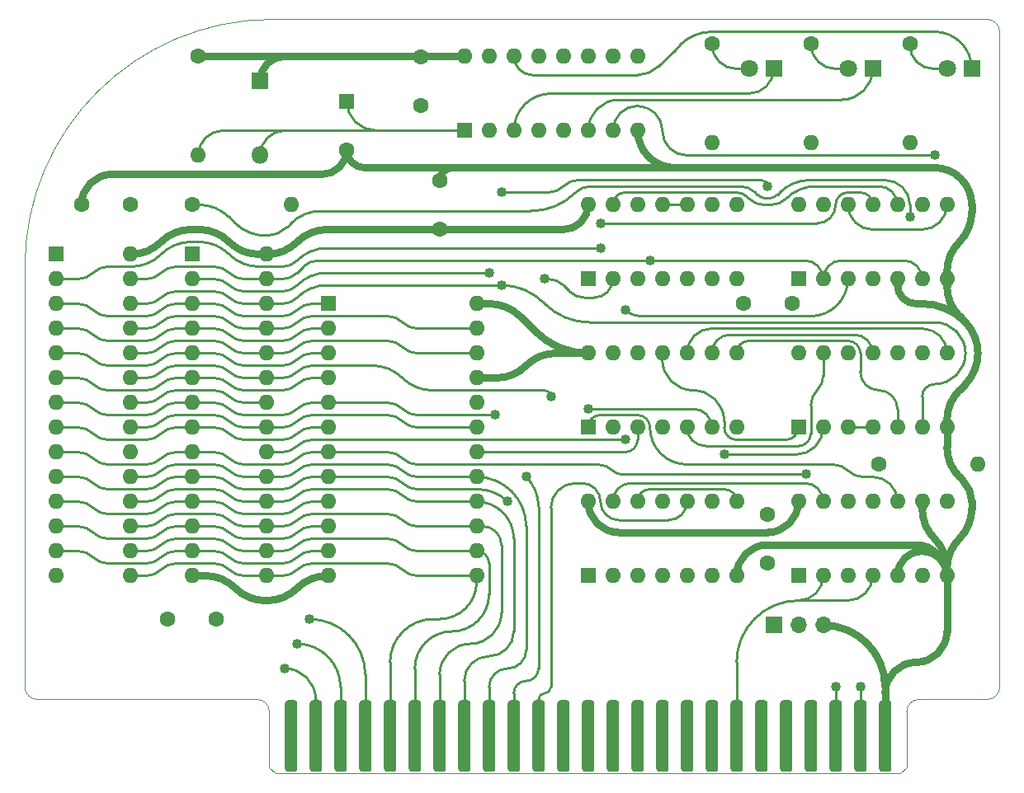
<source format=gbr>
G04 #@! TF.GenerationSoftware,KiCad,Pcbnew,(6.0.8-1)-1*
G04 #@! TF.CreationDate,2022-10-07T19:58:22-07:00*
G04 #@! TF.ProjectId,LanguageCard,4c616e67-7561-4676-9543-6172642e6b69,rev?*
G04 #@! TF.SameCoordinates,Original*
G04 #@! TF.FileFunction,Copper,L2,Bot*
G04 #@! TF.FilePolarity,Positive*
%FSLAX46Y46*%
G04 Gerber Fmt 4.6, Leading zero omitted, Abs format (unit mm)*
G04 Created by KiCad (PCBNEW (6.0.8-1)-1) date 2022-10-07 19:58:22*
%MOMM*%
%LPD*%
G01*
G04 APERTURE LIST*
G04 Aperture macros list*
%AMRoundRect*
0 Rectangle with rounded corners*
0 $1 Rounding radius*
0 $2 $3 $4 $5 $6 $7 $8 $9 X,Y pos of 4 corners*
0 Add a 4 corners polygon primitive as box body*
4,1,4,$2,$3,$4,$5,$6,$7,$8,$9,$2,$3,0*
0 Add four circle primitives for the rounded corners*
1,1,$1+$1,$2,$3*
1,1,$1+$1,$4,$5*
1,1,$1+$1,$6,$7*
1,1,$1+$1,$8,$9*
0 Add four rect primitives between the rounded corners*
20,1,$1+$1,$2,$3,$4,$5,0*
20,1,$1+$1,$4,$5,$6,$7,0*
20,1,$1+$1,$6,$7,$8,$9,0*
20,1,$1+$1,$8,$9,$2,$3,0*%
G04 Aperture macros list end*
G04 #@! TA.AperFunction,Profile*
%ADD10C,0.100000*%
G04 #@! TD*
G04 #@! TA.AperFunction,ComponentPad*
%ADD11R,1.600000X1.600000*%
G04 #@! TD*
G04 #@! TA.AperFunction,ComponentPad*
%ADD12O,1.600000X1.600000*%
G04 #@! TD*
G04 #@! TA.AperFunction,ComponentPad*
%ADD13C,1.600000*%
G04 #@! TD*
G04 #@! TA.AperFunction,ComponentPad*
%ADD14R,1.700000X1.700000*%
G04 #@! TD*
G04 #@! TA.AperFunction,ComponentPad*
%ADD15O,1.700000X1.700000*%
G04 #@! TD*
G04 #@! TA.AperFunction,ComponentPad*
%ADD16R,1.800000X1.800000*%
G04 #@! TD*
G04 #@! TA.AperFunction,ComponentPad*
%ADD17O,1.800000X1.800000*%
G04 #@! TD*
G04 #@! TA.AperFunction,ComponentPad*
%ADD18C,1.800000*%
G04 #@! TD*
G04 #@! TA.AperFunction,ConnectorPad*
%ADD19RoundRect,0.317500X-0.317500X-3.365500X0.317500X-3.365500X0.317500X3.365500X-0.317500X3.365500X0*%
G04 #@! TD*
G04 #@! TA.AperFunction,ViaPad*
%ADD20C,1.016000*%
G04 #@! TD*
G04 #@! TA.AperFunction,Conductor*
%ADD21C,0.254000*%
G04 #@! TD*
G04 #@! TA.AperFunction,Conductor*
%ADD22C,0.762000*%
G04 #@! TD*
G04 APERTURE END LIST*
D10*
X27305000Y-93980000D02*
G75*
G03*
X28575000Y-95250000I1270000J0D01*
G01*
X126047500Y-25400000D02*
X52705000Y-25400000D01*
X52387500Y-102235000D02*
X53022500Y-102870000D01*
X119062500Y-95250000D02*
X126047500Y-95250000D01*
X27305000Y-93980000D02*
X27305000Y-50800000D01*
X52387500Y-96520000D02*
G75*
G03*
X51117500Y-95250000I-1270000J0D01*
G01*
X127317500Y-93980000D02*
X127317500Y-26670000D01*
X52387500Y-96520000D02*
X52387500Y-102235000D01*
X28575000Y-95250000D02*
X51117500Y-95250000D01*
X126047500Y-95250000D02*
G75*
G03*
X127317500Y-93980000I0J1270000D01*
G01*
X127317500Y-26670000D02*
G75*
G03*
X126047500Y-25400000I-1270000J0D01*
G01*
X117157500Y-102870000D02*
X53022500Y-102870000D01*
X117792500Y-96520000D02*
X117792500Y-102235000D01*
X119062500Y-95250000D02*
G75*
G03*
X117792500Y-96520000I0J-1270000D01*
G01*
X117792500Y-102235000D02*
X117157500Y-102870000D01*
X52705000Y-25400000D02*
G75*
G03*
X27305000Y-50800000I0J-25400000D01*
G01*
D11*
X44450000Y-49530000D03*
D12*
X44450000Y-52070000D03*
X44450000Y-54610000D03*
X44450000Y-57150000D03*
X44450000Y-59690000D03*
X44450000Y-62230000D03*
X44450000Y-64770000D03*
X44450000Y-67310000D03*
X44450000Y-69850000D03*
X44450000Y-72390000D03*
X44450000Y-74930000D03*
X44450000Y-77470000D03*
X44450000Y-80010000D03*
X44450000Y-82550000D03*
X52070000Y-82550000D03*
X52070000Y-80010000D03*
X52070000Y-77470000D03*
X52070000Y-74930000D03*
X52070000Y-72390000D03*
X52070000Y-69850000D03*
X52070000Y-67310000D03*
X52070000Y-64770000D03*
X52070000Y-62230000D03*
X52070000Y-59690000D03*
X52070000Y-57150000D03*
X52070000Y-54610000D03*
X52070000Y-52070000D03*
X52070000Y-49530000D03*
D13*
X107950000Y-27940000D03*
D12*
X107950000Y-38100000D03*
D14*
X104155000Y-87630000D03*
D15*
X106695000Y-87630000D03*
X109235000Y-87630000D03*
D13*
X118110000Y-27940000D03*
D12*
X118110000Y-38100000D03*
D13*
X114935000Y-71120000D03*
D12*
X125095000Y-71120000D03*
D11*
X85085000Y-67310000D03*
D12*
X87625000Y-67310000D03*
X90165000Y-67310000D03*
X92705000Y-67310000D03*
X95245000Y-67310000D03*
X97785000Y-67310000D03*
X100325000Y-67310000D03*
X100325000Y-59690000D03*
X97785000Y-59690000D03*
X95245000Y-59690000D03*
X92705000Y-59690000D03*
X90165000Y-59690000D03*
X87625000Y-59690000D03*
X85085000Y-59690000D03*
D11*
X85090000Y-52070000D03*
D12*
X87630000Y-52070000D03*
X90170000Y-52070000D03*
X92710000Y-52070000D03*
X95250000Y-52070000D03*
X97790000Y-52070000D03*
X100330000Y-52070000D03*
X100330000Y-44450000D03*
X97790000Y-44450000D03*
X95250000Y-44450000D03*
X92710000Y-44450000D03*
X90170000Y-44450000D03*
X87630000Y-44450000D03*
X85090000Y-44450000D03*
D13*
X97790000Y-27940000D03*
D12*
X97790000Y-38100000D03*
D16*
X51435000Y-31750000D03*
D17*
X51435000Y-39370000D03*
D11*
X106675000Y-52060000D03*
D12*
X109215000Y-52060000D03*
X111755000Y-52060000D03*
X114295000Y-52060000D03*
X116835000Y-52060000D03*
X119375000Y-52060000D03*
X121915000Y-52060000D03*
X121915000Y-44440000D03*
X119375000Y-44440000D03*
X116835000Y-44440000D03*
X114295000Y-44440000D03*
X111755000Y-44440000D03*
X109215000Y-44440000D03*
X106675000Y-44440000D03*
D13*
X44450000Y-44450000D03*
D12*
X54610000Y-44450000D03*
D11*
X60325000Y-33792349D03*
D13*
X60325000Y-38792349D03*
D16*
X124460000Y-30480000D03*
D18*
X121920000Y-30480000D03*
D13*
X69850000Y-46990000D03*
X69850000Y-41990000D03*
X46950000Y-86995000D03*
X41950000Y-86995000D03*
D11*
X106675000Y-82540000D03*
D12*
X109215000Y-82540000D03*
X111755000Y-82540000D03*
X114295000Y-82540000D03*
X116835000Y-82540000D03*
X119375000Y-82540000D03*
X121915000Y-82540000D03*
X121915000Y-74920000D03*
X119375000Y-74920000D03*
X116835000Y-74920000D03*
X114295000Y-74920000D03*
X111755000Y-74920000D03*
X109215000Y-74920000D03*
X106675000Y-74920000D03*
D11*
X30480000Y-49530000D03*
D12*
X30480000Y-52070000D03*
X30480000Y-54610000D03*
X30480000Y-57150000D03*
X30480000Y-59690000D03*
X30480000Y-62230000D03*
X30480000Y-64770000D03*
X30480000Y-67310000D03*
X30480000Y-69850000D03*
X30480000Y-72390000D03*
X30480000Y-74930000D03*
X30480000Y-77470000D03*
X30480000Y-80010000D03*
X30480000Y-82550000D03*
X38100000Y-82550000D03*
X38100000Y-80010000D03*
X38100000Y-77470000D03*
X38100000Y-74930000D03*
X38100000Y-72390000D03*
X38100000Y-69850000D03*
X38100000Y-67310000D03*
X38100000Y-64770000D03*
X38100000Y-62230000D03*
X38100000Y-59690000D03*
X38100000Y-57150000D03*
X38100000Y-54610000D03*
X38100000Y-52070000D03*
X38100000Y-49530000D03*
D13*
X67945000Y-34250000D03*
X67945000Y-29250000D03*
X106045000Y-54610000D03*
X101045000Y-54610000D03*
X45085000Y-29210000D03*
D12*
X45085000Y-39370000D03*
D11*
X106675000Y-67300000D03*
D12*
X109215000Y-67300000D03*
X111755000Y-67300000D03*
X114295000Y-67300000D03*
X116835000Y-67300000D03*
X119375000Y-67300000D03*
X121915000Y-67300000D03*
X121915000Y-59680000D03*
X119375000Y-59680000D03*
X116835000Y-59680000D03*
X114295000Y-59680000D03*
X111755000Y-59680000D03*
X109215000Y-59680000D03*
X106675000Y-59680000D03*
D16*
X114300000Y-30480000D03*
D18*
X111760000Y-30480000D03*
D13*
X103505000Y-81280000D03*
X103505000Y-76280000D03*
D11*
X72405000Y-36820000D03*
D12*
X74945000Y-36820000D03*
X77485000Y-36820000D03*
X80025000Y-36820000D03*
X82565000Y-36820000D03*
X85105000Y-36820000D03*
X87645000Y-36820000D03*
X90185000Y-36820000D03*
X90185000Y-29200000D03*
X87645000Y-29200000D03*
X85105000Y-29200000D03*
X82565000Y-29200000D03*
X80025000Y-29200000D03*
X77485000Y-29200000D03*
X74945000Y-29200000D03*
X72405000Y-29200000D03*
D11*
X58420000Y-54610000D03*
D12*
X58420000Y-57150000D03*
X58420000Y-59690000D03*
X58420000Y-62230000D03*
X58420000Y-64770000D03*
X58420000Y-67310000D03*
X58420000Y-69850000D03*
X58420000Y-72390000D03*
X58420000Y-74930000D03*
X58420000Y-77470000D03*
X58420000Y-80010000D03*
X58420000Y-82550000D03*
X73660000Y-82550000D03*
X73660000Y-80010000D03*
X73660000Y-77470000D03*
X73660000Y-74930000D03*
X73660000Y-72390000D03*
X73660000Y-69850000D03*
X73660000Y-67310000D03*
X73660000Y-64770000D03*
X73660000Y-62230000D03*
X73660000Y-59690000D03*
X73660000Y-57150000D03*
X73660000Y-54610000D03*
D13*
X33100000Y-44450000D03*
X38100000Y-44450000D03*
D19*
X115570000Y-99060000D03*
X113030000Y-99060000D03*
X110490000Y-99060000D03*
X107950000Y-99060000D03*
X105410000Y-99060000D03*
X102870000Y-99060000D03*
X100330000Y-99060000D03*
X97790000Y-99060000D03*
X95250000Y-99060000D03*
X92710000Y-99060000D03*
X90170000Y-99060000D03*
X87630000Y-99060000D03*
X85090000Y-99060000D03*
X82550000Y-99060000D03*
X80010000Y-99060000D03*
X77470000Y-99060000D03*
X74930000Y-99060000D03*
X72390000Y-99060000D03*
X69850000Y-99060000D03*
X67310000Y-99060000D03*
X64770000Y-99060000D03*
X62230000Y-99060000D03*
X59690000Y-99060000D03*
X57150000Y-99060000D03*
X54610000Y-99060000D03*
D16*
X104140000Y-30480000D03*
D18*
X101600000Y-30480000D03*
D11*
X85090000Y-82540000D03*
D12*
X87630000Y-82540000D03*
X90170000Y-82540000D03*
X92710000Y-82540000D03*
X95250000Y-82540000D03*
X97790000Y-82540000D03*
X100330000Y-82540000D03*
X100330000Y-74920000D03*
X97790000Y-74920000D03*
X95250000Y-74920000D03*
X92710000Y-74920000D03*
X90170000Y-74920000D03*
X87630000Y-74920000D03*
X85090000Y-74920000D03*
D20*
X110490000Y-93980000D03*
X113030000Y-93980000D03*
X76835000Y-74930000D03*
X80645000Y-52070000D03*
X107442000Y-72136000D03*
X75565000Y-66040000D03*
X81280000Y-64135000D03*
X86360000Y-48895000D03*
X88900000Y-68580000D03*
X78740000Y-72390000D03*
X118110000Y-45720000D03*
X91440000Y-50165000D03*
X88900000Y-55245000D03*
X86360000Y-46355000D03*
X56515000Y-86995000D03*
X55245000Y-89535000D03*
X53975000Y-92075000D03*
X99060000Y-70104000D03*
X103505000Y-42545000D03*
X76200000Y-43180000D03*
X120650000Y-39370000D03*
X76200000Y-52705000D03*
X74930000Y-51435000D03*
X85090000Y-65405000D03*
D21*
X110490000Y-93980000D02*
X110490000Y-99060000D01*
X113030000Y-99060000D02*
X113030000Y-93980000D01*
D22*
X57795000Y-29200000D02*
X45095000Y-29200000D01*
X38100000Y-49530000D02*
X38208949Y-49530000D01*
X53985000Y-29200000D02*
X57795000Y-29200000D01*
X88275000Y-78105000D02*
X103490000Y-78105000D01*
X73660000Y-54610000D02*
X74930000Y-54610000D01*
X72405000Y-29200000D02*
X57795000Y-29200000D01*
X78182039Y-55957038D02*
X78740000Y-56515000D01*
X81806051Y-59690000D02*
X83185000Y-59690000D01*
X78740000Y-56515000D02*
X79673471Y-57448471D01*
X73660000Y-62230000D02*
X75673949Y-62230000D01*
X51326051Y-49530000D02*
X52070000Y-49530000D01*
X58311051Y-46990000D02*
X82550000Y-46990000D01*
X85085000Y-59690000D02*
X83185000Y-59690000D01*
X44341051Y-46990000D02*
X45193949Y-46990000D01*
X52070000Y-49530000D02*
X52178949Y-49530000D01*
X48259986Y-48260014D02*
G75*
G03*
X45193949Y-46990000I-3066086J-3066086D01*
G01*
X81806051Y-59690022D02*
G75*
G03*
X78740001Y-60960001I-51J-4335978D01*
G01*
X85085000Y-59689987D02*
G75*
G02*
X79673471Y-57448471I0J7653087D01*
G01*
X106675000Y-74920000D02*
G75*
G02*
X103490000Y-78105000I-3185000J0D01*
G01*
X44341051Y-46990022D02*
G75*
G03*
X41275001Y-48260001I-51J-4335978D01*
G01*
X51326051Y-49529978D02*
G75*
G02*
X48260001Y-48259999I-51J4335978D01*
G01*
X45085000Y-29210000D02*
G75*
G02*
X45095000Y-29200000I10000J0D01*
G01*
X53985000Y-29200000D02*
G75*
G03*
X51435000Y-31750000I0J-2550000D01*
G01*
X41274986Y-48259986D02*
G75*
G02*
X38208949Y-49530000I-3066086J3066086D01*
G01*
X58311051Y-46990022D02*
G75*
G03*
X55245001Y-48260001I-51J-4335978D01*
G01*
X78739986Y-60959986D02*
G75*
G02*
X75673949Y-62230000I-3066086J3066086D01*
G01*
X85090000Y-44450000D02*
G75*
G02*
X82550000Y-46990000I-2540000J0D01*
G01*
X78182043Y-55957034D02*
G75*
G03*
X74930000Y-54610000I-3252043J-3252066D01*
G01*
X55244986Y-48259986D02*
G75*
G02*
X52178949Y-49530000I-3066086J3066086D01*
G01*
X88275000Y-78105000D02*
G75*
G02*
X85090000Y-74920000I0J3185000D01*
G01*
X124460000Y-45193949D02*
X124460000Y-44450000D01*
X96520000Y-40640000D02*
X94005000Y-40640000D01*
X41315000Y-41315000D02*
X40680000Y-41315000D01*
X119385000Y-80010000D02*
X119365000Y-80010000D01*
X123190000Y-55880000D02*
X123747961Y-56437961D01*
X74295000Y-40640000D02*
X96520000Y-40640000D01*
X121920000Y-88265000D02*
X121920000Y-87630000D01*
X124460000Y-74930000D02*
X124460000Y-75673949D01*
X120650000Y-40640000D02*
X96520000Y-40640000D01*
X116835000Y-52700000D02*
X116835000Y-52060000D01*
D21*
X52070000Y-64770000D02*
X49793025Y-64770000D01*
D22*
X123747962Y-62942039D02*
X123190000Y-63500000D01*
X52178949Y-85090000D02*
X51961051Y-85090000D01*
X121915000Y-52060000D02*
X121915000Y-51338122D01*
X57802349Y-41315000D02*
X41315000Y-41315000D01*
X40680000Y-41315000D02*
X36235000Y-41315000D01*
X115570000Y-99060000D02*
X115570000Y-95250000D01*
X123747961Y-56437961D02*
X123716051Y-56406051D01*
X115570000Y-95250000D02*
X115570000Y-93965000D01*
X123190000Y-72390000D02*
X123561974Y-72761974D01*
X118750000Y-79375000D02*
X103495000Y-79375000D01*
X119380000Y-54610000D02*
X118745000Y-54610000D01*
X115570000Y-95250000D02*
X115570000Y-94615000D01*
X73025000Y-40640000D02*
X71200000Y-40640000D01*
D21*
X39741975Y-64770000D02*
X38100000Y-64770000D01*
D22*
X121920000Y-67287929D02*
X121920000Y-66566051D01*
X121915000Y-82540000D02*
X121915000Y-81793980D01*
X121920000Y-81806051D02*
X121920000Y-87630000D01*
D21*
X46726975Y-63500000D02*
X42808025Y-63500000D01*
D22*
X74295000Y-40640000D02*
X73025000Y-40640000D01*
X121915000Y-52801878D02*
X121915000Y-52060000D01*
X121915000Y-67300000D02*
X121915000Y-69311878D01*
X73025000Y-40640000D02*
X62172651Y-40640000D01*
X121915000Y-52075000D02*
X121915000Y-52060000D01*
X58420000Y-82550000D02*
X58311051Y-82550000D01*
X45828949Y-82550000D02*
X44450000Y-82550000D01*
X119375000Y-75661878D02*
X119375000Y-74920000D01*
X90185000Y-36820000D02*
G75*
G03*
X94005000Y-40640000I3820000J0D01*
G01*
X121920000Y-88265000D02*
G75*
G02*
X118745000Y-91440000I-3175000J0D01*
G01*
X119375010Y-75661878D02*
G75*
G03*
X120650001Y-78739999I4353090J-22D01*
G01*
X121915010Y-52801878D02*
G75*
G03*
X123190001Y-55879999I4353090J-22D01*
G01*
X118750000Y-79375000D02*
G75*
G02*
X121915000Y-82540000I0J-3165000D01*
G01*
X121920011Y-67287929D02*
G75*
G02*
X121914999Y-67299999I-17111J29D01*
G01*
X124459985Y-74930000D02*
G75*
G03*
X123561973Y-72761975I-3066085J0D01*
G01*
X45828949Y-82550022D02*
G75*
G02*
X48894999Y-83820001I51J-4335978D01*
G01*
D21*
X39741975Y-64769989D02*
G75*
G03*
X41275000Y-64135000I25J2167989D01*
G01*
D22*
X120650000Y-40640000D02*
G75*
G02*
X124460000Y-44450000I0J-3810000D01*
G01*
X123189993Y-72390007D02*
G75*
G02*
X121915000Y-69311878I3078107J3078107D01*
G01*
X121919980Y-81806051D02*
G75*
G02*
X123190000Y-78740000I4336120J-49D01*
G01*
X123190015Y-78740015D02*
G75*
G03*
X124460000Y-75673949I-3066015J3066015D01*
G01*
X118745000Y-91440000D02*
G75*
G03*
X115570000Y-94615000I0J-3175000D01*
G01*
D21*
X46726975Y-63500011D02*
G75*
G02*
X48260000Y-64135000I25J-2167989D01*
G01*
D22*
X123190014Y-63500014D02*
G75*
G03*
X121920000Y-66566051I3066086J-3066086D01*
G01*
X57802349Y-41315000D02*
G75*
G03*
X60325000Y-38792349I1J2522650D01*
G01*
X120649994Y-78740006D02*
G75*
G02*
X121915000Y-81793980I-3053994J-3053994D01*
G01*
X55245014Y-83820014D02*
G75*
G02*
X58311051Y-82550000I3066086J-3066086D01*
G01*
X48894985Y-83820015D02*
G75*
G03*
X51961051Y-85090000I3066015J3066015D01*
G01*
X123189993Y-48259993D02*
G75*
G03*
X121915000Y-51338122I3078107J-3078107D01*
G01*
X33100000Y-44450000D02*
G75*
G02*
X36235000Y-41315000I3135000J0D01*
G01*
X116835000Y-82540000D02*
G75*
G02*
X119365000Y-80010000I2530000J0D01*
G01*
X125094993Y-59690000D02*
G75*
G03*
X123747961Y-56437961I-4599093J0D01*
G01*
X116835000Y-52700000D02*
G75*
G03*
X118745000Y-54610000I1910000J0D01*
G01*
X124459978Y-45193949D02*
G75*
G02*
X123189999Y-48259999I-4335978J-51D01*
G01*
D21*
X48259992Y-64135008D02*
G75*
G03*
X49793025Y-64770000I1533008J1533008D01*
G01*
D22*
X60325000Y-38792349D02*
G75*
G03*
X62172651Y-40640000I1847600J-51D01*
G01*
X100330000Y-82540000D02*
G75*
G02*
X103495000Y-79375000I3165000J0D01*
G01*
X123747966Y-62942043D02*
G75*
G03*
X125095000Y-59690000I-3252066J3252043D01*
G01*
X69850000Y-41990000D02*
G75*
G02*
X71200000Y-40640000I1350000J0D01*
G01*
X52178949Y-85089978D02*
G75*
G03*
X55244999Y-83819999I51J4335978D01*
G01*
X119385000Y-80010000D02*
G75*
G02*
X121915000Y-82540000I0J-2530000D01*
G01*
X109235000Y-87630000D02*
G75*
G02*
X115570000Y-93965000I0J-6335000D01*
G01*
X119380000Y-54610000D02*
G75*
G02*
X123716050Y-56406052I0J-6132100D01*
G01*
D21*
X41274992Y-64134992D02*
G75*
G02*
X42808025Y-63500000I1533008J-1533008D01*
G01*
X101414013Y-43629013D02*
X101600000Y-43815000D01*
X108476051Y-42545000D02*
X114940000Y-42545000D01*
X58420000Y-72390000D02*
X56778025Y-72390000D01*
X39741975Y-73660000D02*
X35823025Y-73660000D01*
X46726975Y-72390000D02*
X44450000Y-72390000D01*
X32756975Y-72390000D02*
X30480000Y-72390000D01*
X88900000Y-43180000D02*
X100330000Y-43180000D01*
X103133025Y-44450000D02*
X103876975Y-44450000D01*
X73660000Y-73660000D02*
X73768949Y-73660000D01*
X82550000Y-52705000D02*
X83185000Y-53340000D01*
X53711975Y-73660000D02*
X49793025Y-73660000D01*
X84718025Y-53975000D02*
X85725000Y-53975000D01*
X64506975Y-72390000D02*
X58420000Y-72390000D01*
X80645000Y-52070000D02*
X81016975Y-52070000D01*
X73660000Y-73660000D02*
X67573025Y-73660000D01*
X44450000Y-72390000D02*
X42808025Y-72390000D01*
X105410008Y-43815008D02*
G75*
G02*
X103876975Y-44450000I-1533008J1533008D01*
G01*
X46726975Y-72390011D02*
G75*
G02*
X48260000Y-73025000I25J-2167989D01*
G01*
X88900000Y-43180000D02*
G75*
G03*
X87630000Y-44450000I0J-1270000D01*
G01*
X41274992Y-73024992D02*
G75*
G02*
X42808025Y-72390000I1533008J-1533008D01*
G01*
X48259992Y-73025008D02*
G75*
G03*
X49793025Y-73660000I1533008J1533008D01*
G01*
X82550008Y-52704992D02*
G75*
G03*
X81016975Y-52070000I-1533008J-1533008D01*
G01*
X64506975Y-72390011D02*
G75*
G02*
X66040000Y-73025000I25J-2167989D01*
G01*
X108476051Y-42545022D02*
G75*
G03*
X105410001Y-43815001I-51J-4335978D01*
G01*
X103133025Y-44449989D02*
G75*
G02*
X101600000Y-43815000I-25J2167989D01*
G01*
X84718025Y-53974989D02*
G75*
G02*
X83185000Y-53340000I-25J2167989D01*
G01*
X87630000Y-52070000D02*
G75*
G02*
X85725000Y-53975000I-1905000J0D01*
G01*
X53711975Y-73659989D02*
G75*
G03*
X55245000Y-73025000I25J2167989D01*
G01*
X32756975Y-72390011D02*
G75*
G02*
X34290000Y-73025000I25J-2167989D01*
G01*
X101414008Y-43629018D02*
G75*
G03*
X100330000Y-43180000I-1084008J-1083982D01*
G01*
X66039992Y-73025008D02*
G75*
G03*
X67573025Y-73660000I1533008J1533008D01*
G01*
X34289992Y-73025008D02*
G75*
G03*
X35823025Y-73660000I1533008J1533008D01*
G01*
X55244992Y-73024992D02*
G75*
G02*
X56778025Y-72390000I1533008J-1533008D01*
G01*
X76834986Y-74930014D02*
G75*
G03*
X73768949Y-73660000I-3066086J-3066086D01*
G01*
X116835000Y-44440000D02*
G75*
G03*
X114940000Y-42545000I-1895000J0D01*
G01*
X39741975Y-73659989D02*
G75*
G03*
X41275000Y-73025000I25J2167989D01*
G01*
X58420000Y-69850000D02*
X64506975Y-69850000D01*
X67573025Y-71120000D02*
X85090000Y-71120000D01*
X44450000Y-69850000D02*
X42808025Y-69850000D01*
X58420000Y-69850000D02*
X56778025Y-69850000D01*
X53711975Y-71120000D02*
X49793025Y-71120000D01*
X32756975Y-69850000D02*
X30480000Y-69850000D01*
X107442000Y-72136000D02*
X88549815Y-72136000D01*
X39741975Y-71120000D02*
X35823025Y-71120000D01*
X46726975Y-69850000D02*
X44450000Y-69850000D01*
X85090000Y-71120000D02*
X86096975Y-71120000D01*
X32756975Y-69850011D02*
G75*
G02*
X34290000Y-70485000I25J-2167989D01*
G01*
X55244992Y-70484992D02*
G75*
G02*
X56778025Y-69850000I1533008J-1533008D01*
G01*
X67573025Y-71119989D02*
G75*
G02*
X66040000Y-70485000I-25J2167989D01*
G01*
X66040008Y-70484992D02*
G75*
G03*
X64506975Y-69850000I-1533008J-1533008D01*
G01*
X46726975Y-69850011D02*
G75*
G02*
X48260000Y-70485000I25J-2167989D01*
G01*
X39741975Y-71119989D02*
G75*
G03*
X41275000Y-70485000I25J2167989D01*
G01*
X48259992Y-70485008D02*
G75*
G03*
X49793025Y-71120000I1533008J1533008D01*
G01*
X87629995Y-71755005D02*
G75*
G03*
X88549815Y-72136000I919805J919805D01*
G01*
X41274992Y-70484992D02*
G75*
G02*
X42808025Y-69850000I1533008J-1533008D01*
G01*
X34289992Y-70485008D02*
G75*
G03*
X35823025Y-71120000I1533008J1533008D01*
G01*
X87630008Y-71754992D02*
G75*
G03*
X86096975Y-71120000I-1533008J-1533008D01*
G01*
X53711975Y-71119989D02*
G75*
G03*
X55245000Y-70485000I25J2167989D01*
G01*
X39741975Y-68580000D02*
X35823025Y-68580000D01*
X44450000Y-67310000D02*
X46726975Y-67310000D01*
X44450000Y-67310000D02*
X42808025Y-67310000D01*
X49793025Y-68580000D02*
X53711975Y-68580000D01*
X32756975Y-67310000D02*
X30480000Y-67310000D01*
X56778025Y-67310000D02*
X58420000Y-67310000D01*
X55245008Y-67945008D02*
G75*
G02*
X53711975Y-68580000I-1533008J1533008D01*
G01*
X48260008Y-67944992D02*
G75*
G03*
X46726975Y-67310000I-1533008J-1533008D01*
G01*
X49793025Y-68579989D02*
G75*
G02*
X48260000Y-67945000I-25J2167989D01*
G01*
X56778025Y-67310011D02*
G75*
G03*
X55245000Y-67945000I-25J-2167989D01*
G01*
X41274992Y-67944992D02*
G75*
G02*
X42808025Y-67310000I1533008J-1533008D01*
G01*
X39741975Y-68579989D02*
G75*
G03*
X41275000Y-67945000I25J2167989D01*
G01*
X34289992Y-67945008D02*
G75*
G03*
X35823025Y-68580000I1533008J1533008D01*
G01*
X32756975Y-67310011D02*
G75*
G02*
X34290000Y-67945000I25J-2167989D01*
G01*
X58420000Y-64770000D02*
X64506975Y-64770000D01*
X32756975Y-64770000D02*
X30480000Y-64770000D01*
X39741975Y-66040000D02*
X35823025Y-66040000D01*
X53711975Y-66040000D02*
X49793025Y-66040000D01*
X67573025Y-66040000D02*
X73660000Y-66040000D01*
X44450000Y-64770000D02*
X42808025Y-64770000D01*
X73660000Y-66040000D02*
X75565000Y-66040000D01*
X46726975Y-64770000D02*
X44450000Y-64770000D01*
X58420000Y-64770000D02*
X56778025Y-64770000D01*
X32756975Y-64770011D02*
G75*
G02*
X34290000Y-65405000I25J-2167989D01*
G01*
X67573025Y-66039989D02*
G75*
G02*
X66040000Y-65405000I-25J2167989D01*
G01*
X34289992Y-65405008D02*
G75*
G03*
X35823025Y-66040000I1533008J1533008D01*
G01*
X53711975Y-66039989D02*
G75*
G03*
X55245000Y-65405000I25J2167989D01*
G01*
X55244992Y-65404992D02*
G75*
G02*
X56778025Y-64770000I1533008J-1533008D01*
G01*
X41274992Y-65404992D02*
G75*
G02*
X42808025Y-64770000I1533008J-1533008D01*
G01*
X39741975Y-66039989D02*
G75*
G03*
X41275000Y-65405000I25J2167989D01*
G01*
X48259992Y-65405008D02*
G75*
G03*
X49793025Y-66040000I1533008J1533008D01*
G01*
X46726975Y-64770011D02*
G75*
G02*
X48260000Y-65405000I25J-2167989D01*
G01*
X66040008Y-65404992D02*
G75*
G03*
X64506975Y-64770000I-1533008J-1533008D01*
G01*
X46726975Y-62230000D02*
X44450000Y-62230000D01*
X44450000Y-62230000D02*
X42808025Y-62230000D01*
X58420000Y-62230000D02*
X56778025Y-62230000D01*
X39741975Y-63500000D02*
X35823025Y-63500000D01*
X53711975Y-63500000D02*
X49793025Y-63500000D01*
X32756975Y-62230000D02*
X30480000Y-62230000D01*
X46726975Y-62230011D02*
G75*
G02*
X48260000Y-62865000I25J-2167989D01*
G01*
X34289992Y-62865008D02*
G75*
G03*
X35823025Y-63500000I1533008J1533008D01*
G01*
X48259992Y-62865008D02*
G75*
G03*
X49793025Y-63500000I1533008J1533008D01*
G01*
X39741975Y-63499989D02*
G75*
G03*
X41275000Y-62865000I25J2167989D01*
G01*
X41274992Y-62864992D02*
G75*
G02*
X42808025Y-62230000I1533008J-1533008D01*
G01*
X53711975Y-63499989D02*
G75*
G03*
X55245000Y-62865000I25J2167989D01*
G01*
X32756975Y-62230011D02*
G75*
G02*
X34290000Y-62865000I25J-2167989D01*
G01*
X55244992Y-62864992D02*
G75*
G02*
X56778025Y-62230000I1533008J-1533008D01*
G01*
X44450000Y-59690000D02*
X42808025Y-59690000D01*
X32756975Y-59690000D02*
X30480000Y-59690000D01*
X39741975Y-60960000D02*
X35823025Y-60960000D01*
X46726975Y-59690000D02*
X44450000Y-59690000D01*
X58420000Y-59690000D02*
X56778025Y-59690000D01*
X53711975Y-60960000D02*
X49793025Y-60960000D01*
X41274992Y-60324992D02*
G75*
G02*
X42808025Y-59690000I1533008J-1533008D01*
G01*
X53711975Y-60959989D02*
G75*
G03*
X55245000Y-60325000I25J2167989D01*
G01*
X34289992Y-60325008D02*
G75*
G03*
X35823025Y-60960000I1533008J1533008D01*
G01*
X32756975Y-59690011D02*
G75*
G02*
X34290000Y-60325000I25J-2167989D01*
G01*
X55244992Y-60324992D02*
G75*
G02*
X56778025Y-59690000I1533008J-1533008D01*
G01*
X46726975Y-59690011D02*
G75*
G02*
X48260000Y-60325000I25J-2167989D01*
G01*
X39741975Y-60959989D02*
G75*
G03*
X41275000Y-60325000I25J2167989D01*
G01*
X48259992Y-60325008D02*
G75*
G03*
X49793025Y-60960000I1533008J1533008D01*
G01*
X39741975Y-58420000D02*
X35823025Y-58420000D01*
X58420000Y-57150000D02*
X56778025Y-57150000D01*
X44450000Y-57150000D02*
X42808025Y-57150000D01*
X46726975Y-57150000D02*
X44450000Y-57150000D01*
X53711975Y-58420000D02*
X49793025Y-58420000D01*
X32756975Y-57150000D02*
X30480000Y-57150000D01*
X53711975Y-58419989D02*
G75*
G03*
X55245000Y-57785000I25J2167989D01*
G01*
X32756975Y-57150011D02*
G75*
G02*
X34290000Y-57785000I25J-2167989D01*
G01*
X39741975Y-58419989D02*
G75*
G03*
X41275000Y-57785000I25J2167989D01*
G01*
X34289992Y-57785008D02*
G75*
G03*
X35823025Y-58420000I1533008J1533008D01*
G01*
X46726975Y-57150011D02*
G75*
G02*
X48260000Y-57785000I25J-2167989D01*
G01*
X55244992Y-57784992D02*
G75*
G02*
X56778025Y-57150000I1533008J-1533008D01*
G01*
X41274992Y-57784992D02*
G75*
G02*
X42808025Y-57150000I1533008J-1533008D01*
G01*
X48259992Y-57785008D02*
G75*
G03*
X49793025Y-58420000I1533008J1533008D01*
G01*
X58420000Y-54610000D02*
X56778025Y-54610000D01*
X44450000Y-54610000D02*
X42808025Y-54610000D01*
X53711975Y-55880000D02*
X49793025Y-55880000D01*
X46726975Y-54610000D02*
X44450000Y-54610000D01*
X39741975Y-55880000D02*
X35823025Y-55880000D01*
X32756975Y-54610000D02*
X30480000Y-54610000D01*
X53711975Y-55879989D02*
G75*
G03*
X55245000Y-55245000I25J2167989D01*
G01*
X55244992Y-55244992D02*
G75*
G02*
X56778025Y-54610000I1533008J-1533008D01*
G01*
X48259992Y-55245008D02*
G75*
G03*
X49793025Y-55880000I1533008J1533008D01*
G01*
X46726975Y-54610011D02*
G75*
G02*
X48260000Y-55245000I25J-2167989D01*
G01*
X32756975Y-54610011D02*
G75*
G02*
X34290000Y-55245000I25J-2167989D01*
G01*
X39741975Y-55879989D02*
G75*
G03*
X41275000Y-55245000I25J2167989D01*
G01*
X41274992Y-55244992D02*
G75*
G02*
X42808025Y-54610000I1533008J-1533008D01*
G01*
X34289992Y-55245008D02*
G75*
G03*
X35823025Y-55880000I1533008J1533008D01*
G01*
X64506975Y-55880000D02*
X56778025Y-55880000D01*
X53711975Y-57150000D02*
X52070000Y-57150000D01*
X73660000Y-57150000D02*
X67573025Y-57150000D01*
X52070000Y-57150000D02*
X49793025Y-57150000D01*
X39741975Y-57150000D02*
X38100000Y-57150000D01*
X46726975Y-55880000D02*
X42808025Y-55880000D01*
X53711975Y-57149989D02*
G75*
G03*
X55245000Y-56515000I25J2167989D01*
G01*
X55244992Y-56514992D02*
G75*
G02*
X56778025Y-55880000I1533008J-1533008D01*
G01*
X41274992Y-56514992D02*
G75*
G02*
X42808025Y-55880000I1533008J-1533008D01*
G01*
X64506975Y-55880011D02*
G75*
G02*
X66040000Y-56515000I25J-2167989D01*
G01*
X48259992Y-56515008D02*
G75*
G03*
X49793025Y-57150000I1533008J1533008D01*
G01*
X46726975Y-55880011D02*
G75*
G02*
X48260000Y-56515000I25J-2167989D01*
G01*
X39741975Y-57149989D02*
G75*
G03*
X41275000Y-56515000I25J2167989D01*
G01*
X66039992Y-56515008D02*
G75*
G03*
X67573025Y-57150000I1533008J1533008D01*
G01*
X39741975Y-59690000D02*
X38100000Y-59690000D01*
X52070000Y-59690000D02*
X53711975Y-59690000D01*
X67573025Y-59690000D02*
X73660000Y-59690000D01*
X52070000Y-59690000D02*
X49793025Y-59690000D01*
X56778025Y-58420000D02*
X64506975Y-58420000D01*
X46726975Y-58420000D02*
X42808025Y-58420000D01*
X55245008Y-59055008D02*
G75*
G02*
X53711975Y-59690000I-1533008J1533008D01*
G01*
X46726975Y-58420011D02*
G75*
G02*
X48260000Y-59055000I25J-2167989D01*
G01*
X67573025Y-59689989D02*
G75*
G02*
X66040000Y-59055000I-25J2167989D01*
G01*
X41274992Y-59054992D02*
G75*
G02*
X42808025Y-58420000I1533008J-1533008D01*
G01*
X66040008Y-59054992D02*
G75*
G03*
X64506975Y-58420000I-1533008J-1533008D01*
G01*
X39741975Y-59689989D02*
G75*
G03*
X41275000Y-59055000I25J2167989D01*
G01*
X48259992Y-59055008D02*
G75*
G03*
X49793025Y-59690000I1533008J1533008D01*
G01*
X56778025Y-58420011D02*
G75*
G03*
X55245000Y-59055000I-25J-2167989D01*
G01*
X73660000Y-67310000D02*
X67573025Y-67310000D01*
X52070000Y-67310000D02*
X49793025Y-67310000D01*
X64506975Y-66040000D02*
X56778025Y-66040000D01*
X39741975Y-67310000D02*
X38100000Y-67310000D01*
X53711975Y-67310000D02*
X52070000Y-67310000D01*
X46726975Y-66040000D02*
X42808025Y-66040000D01*
X66039992Y-66675008D02*
G75*
G03*
X67573025Y-67310000I1533008J1533008D01*
G01*
X55244992Y-66674992D02*
G75*
G02*
X56778025Y-66040000I1533008J-1533008D01*
G01*
X39741975Y-67309989D02*
G75*
G03*
X41275000Y-66675000I25J2167989D01*
G01*
X53711975Y-67309989D02*
G75*
G03*
X55245000Y-66675000I25J2167989D01*
G01*
X48259992Y-66675008D02*
G75*
G03*
X49793025Y-67310000I1533008J1533008D01*
G01*
X46726975Y-66040011D02*
G75*
G02*
X48260000Y-66675000I25J-2167989D01*
G01*
X64506975Y-66040011D02*
G75*
G02*
X66040000Y-66675000I25J-2167989D01*
G01*
X41274992Y-66674992D02*
G75*
G02*
X42808025Y-66040000I1533008J-1533008D01*
G01*
X62973949Y-60960000D02*
X56778025Y-60960000D01*
X39741975Y-62230000D02*
X38100000Y-62230000D01*
X53711975Y-62230000D02*
X52070000Y-62230000D01*
X46726975Y-60960000D02*
X42808025Y-60960000D01*
X80645000Y-63500000D02*
X69106051Y-63500000D01*
X52070000Y-62230000D02*
X49793025Y-62230000D01*
X62973949Y-60960022D02*
G75*
G02*
X66039999Y-62230001I51J-4335978D01*
G01*
X80645000Y-63500000D02*
G75*
G02*
X81280000Y-64135000I0J-635000D01*
G01*
X48259992Y-61595008D02*
G75*
G03*
X49793025Y-62230000I1533008J1533008D01*
G01*
X41274992Y-61594992D02*
G75*
G02*
X42808025Y-60960000I1533008J-1533008D01*
G01*
X39741975Y-62229989D02*
G75*
G03*
X41275000Y-61595000I25J2167989D01*
G01*
X66039985Y-62230015D02*
G75*
G03*
X69106051Y-63500000I3066015J3066015D01*
G01*
X46726975Y-60960011D02*
G75*
G02*
X48260000Y-61595000I25J-2167989D01*
G01*
X53711975Y-62229989D02*
G75*
G03*
X55245000Y-61595000I25J2167989D01*
G01*
X55244992Y-61594992D02*
G75*
G02*
X56778025Y-60960000I1533008J-1533008D01*
G01*
X53711975Y-50800000D02*
X51326051Y-50800000D01*
X32756975Y-52070000D02*
X30480000Y-52070000D01*
X86360000Y-48895000D02*
X58311051Y-48895000D01*
X45193949Y-48260000D02*
X44341051Y-48260000D01*
X38208949Y-50800000D02*
X35823025Y-50800000D01*
X38208949Y-50800020D02*
G75*
G03*
X41275000Y-49530000I-49J4336120D01*
G01*
X41274985Y-49529985D02*
G75*
G02*
X44341051Y-48260000I3066015J-3066015D01*
G01*
X45193949Y-48260022D02*
G75*
G02*
X48259999Y-49530001I51J-4335978D01*
G01*
X34289992Y-51434992D02*
G75*
G02*
X35823025Y-50800000I1533008J-1533008D01*
G01*
X55244985Y-50164985D02*
G75*
G02*
X58311051Y-48895000I3066015J-3066015D01*
G01*
X53711975Y-50799989D02*
G75*
G03*
X55245000Y-50165000I25J2167989D01*
G01*
X32756975Y-52069989D02*
G75*
G03*
X34290000Y-51435000I25J2167989D01*
G01*
X48259985Y-49530015D02*
G75*
G03*
X51326051Y-50800000I3066015J3066015D01*
G01*
X89525000Y-73025000D02*
X107320000Y-73025000D01*
X56778025Y-68580000D02*
X63500000Y-68580000D01*
X52070000Y-69850000D02*
X53711975Y-69850000D01*
X63500000Y-68580000D02*
X88900000Y-68580000D01*
X55245008Y-69215008D02*
G75*
G02*
X53711975Y-69850000I-1533008J1533008D01*
G01*
X56778025Y-68580011D02*
G75*
G03*
X55245000Y-69215000I-25J-2167989D01*
G01*
X109215000Y-74920000D02*
G75*
G03*
X107320000Y-73025000I-1895000J0D01*
G01*
X89525000Y-73025000D02*
G75*
G03*
X87630000Y-74920000I0J-1895000D01*
G01*
X101600000Y-33020000D02*
X81285000Y-33020000D01*
X77485000Y-36820000D02*
G75*
G02*
X81285000Y-33020000I3800000J0D01*
G01*
X101600000Y-33020000D02*
G75*
G03*
X104140000Y-30480000I0J2540000D01*
G01*
X101600000Y-30480000D02*
X100330000Y-30480000D01*
X97790000Y-27940000D02*
G75*
G03*
X100330000Y-30480000I2540000J0D01*
G01*
X111125000Y-33655000D02*
X88270000Y-33655000D01*
X85105000Y-36820000D02*
G75*
G02*
X88270000Y-33655000I3165000J0D01*
G01*
X111125000Y-33655000D02*
G75*
G03*
X114300000Y-30480000I0J3175000D01*
G01*
X111760000Y-30480000D02*
X110490000Y-30480000D01*
X107950000Y-27940000D02*
G75*
G03*
X110490000Y-30480000I2540000J0D01*
G01*
X100330000Y-99060000D02*
X100330000Y-91440000D01*
X109215000Y-82555000D02*
X109215000Y-82540000D01*
X111125000Y-85090000D02*
X111745000Y-85090000D01*
X106680000Y-85090000D02*
X111125000Y-85090000D01*
X109215000Y-82555000D02*
G75*
G02*
X106680000Y-85090000I-2535000J0D01*
G01*
X114295000Y-82540000D02*
G75*
G02*
X111745000Y-85090000I-2550000J0D01*
G01*
X106680000Y-85090000D02*
G75*
G03*
X100330000Y-91440000I0J-6350000D01*
G01*
X94537961Y-28017038D02*
X93980000Y-28575000D01*
X120650000Y-26670000D02*
X97790000Y-26670000D01*
X93980000Y-28575000D02*
X92338026Y-30216974D01*
X90170000Y-31115000D02*
X79400000Y-31115000D01*
X90170000Y-31115015D02*
G75*
G03*
X92338026Y-30216974I0J3066015D01*
G01*
X120650000Y-26670000D02*
G75*
G02*
X124460000Y-30480000I0J-3810000D01*
G01*
X94537957Y-28017034D02*
G75*
G02*
X97790000Y-26670000I3252043J-3252066D01*
G01*
X77485000Y-29200000D02*
G75*
G03*
X79400000Y-31115000I1915000J0D01*
G01*
X84455000Y-73025000D02*
X83820000Y-73025000D01*
X95250000Y-74920000D02*
X95250000Y-74930000D01*
X81280000Y-75565000D02*
X81280000Y-93980000D01*
X80010000Y-95250000D02*
X80010000Y-99060000D01*
X93345000Y-76835000D02*
X88265000Y-76835000D01*
X84455000Y-73025000D02*
G75*
G02*
X86360000Y-74930000I0J-1905000D01*
G01*
X81280000Y-75565000D02*
G75*
G02*
X83820000Y-73025000I2540000J0D01*
G01*
X93345000Y-76835000D02*
G75*
G03*
X95250000Y-74930000I0J1905000D01*
G01*
X80645000Y-94615000D02*
G75*
G03*
X81280000Y-93980000I0J635000D01*
G01*
X80010000Y-95250000D02*
G75*
G02*
X80645000Y-94615000I635000J0D01*
G01*
X86360000Y-74930000D02*
G75*
G03*
X88265000Y-76835000I1905000J0D01*
G01*
X80010000Y-75456051D02*
X80010000Y-92075000D01*
X77470000Y-94615000D02*
X77470000Y-99060000D01*
X80009978Y-75456051D02*
G75*
G03*
X78739999Y-72390001I-4335978J51D01*
G01*
X78740000Y-93345000D02*
G75*
G03*
X80010000Y-92075000I0J1270000D01*
G01*
X77470000Y-94615000D02*
G75*
G02*
X78740000Y-93345000I1270000J0D01*
G01*
X53711975Y-72390000D02*
X52070000Y-72390000D01*
X64506975Y-71120000D02*
X56778025Y-71120000D01*
X39741975Y-72390000D02*
X38100000Y-72390000D01*
X52070000Y-72390000D02*
X49793025Y-72390000D01*
X74930000Y-93980000D02*
X74930000Y-99060000D01*
X78740000Y-77470000D02*
X78740000Y-90170000D01*
X73660000Y-72390000D02*
X67573025Y-72390000D01*
X46726975Y-71120000D02*
X42808025Y-71120000D01*
X66039992Y-71755008D02*
G75*
G03*
X67573025Y-72390000I1533008J1533008D01*
G01*
X39741975Y-72389989D02*
G75*
G03*
X41275000Y-71755000I25J2167989D01*
G01*
X53711975Y-72389989D02*
G75*
G03*
X55245000Y-71755000I25J2167989D01*
G01*
X46726975Y-71120011D02*
G75*
G02*
X48260000Y-71755000I25J-2167989D01*
G01*
X41274992Y-71754992D02*
G75*
G02*
X42808025Y-71120000I1533008J-1533008D01*
G01*
X55244992Y-71754992D02*
G75*
G02*
X56778025Y-71120000I1533008J-1533008D01*
G01*
X64506975Y-71120011D02*
G75*
G02*
X66040000Y-71755000I25J-2167989D01*
G01*
X76835000Y-92075000D02*
G75*
G03*
X78740000Y-90170000I0J1905000D01*
G01*
X48259992Y-71755008D02*
G75*
G03*
X49793025Y-72390000I1533008J1533008D01*
G01*
X78740000Y-77470000D02*
G75*
G03*
X73660000Y-72390000I-5080000J0D01*
G01*
X74930000Y-93980000D02*
G75*
G02*
X76835000Y-92075000I1905000J0D01*
G01*
X72390000Y-93345000D02*
X72390000Y-99060000D01*
X56778025Y-73660000D02*
X64506975Y-73660000D01*
X52070000Y-74930000D02*
X49793025Y-74930000D01*
X52070000Y-74930000D02*
X53711975Y-74930000D01*
X46726975Y-73660000D02*
X42808025Y-73660000D01*
X77470000Y-78740000D02*
X77470000Y-88265000D01*
X67573025Y-74930000D02*
X73660000Y-74930000D01*
X39741975Y-74930000D02*
X38100000Y-74930000D01*
X39741975Y-74929989D02*
G75*
G03*
X41275000Y-74295000I25J2167989D01*
G01*
X74930000Y-90805000D02*
G75*
G03*
X77470000Y-88265000I0J2540000D01*
G01*
X46726975Y-73660011D02*
G75*
G02*
X48260000Y-74295000I25J-2167989D01*
G01*
X41274992Y-74294992D02*
G75*
G02*
X42808025Y-73660000I1533008J-1533008D01*
G01*
X77470000Y-78740000D02*
G75*
G03*
X73660000Y-74930000I-3810000J0D01*
G01*
X67573025Y-74929989D02*
G75*
G02*
X66040000Y-74295000I-25J2167989D01*
G01*
X48259992Y-74295008D02*
G75*
G03*
X49793025Y-74930000I1533008J1533008D01*
G01*
X72390000Y-93345000D02*
G75*
G02*
X74930000Y-90805000I2540000J0D01*
G01*
X56778025Y-73660011D02*
G75*
G03*
X55245000Y-74295000I-25J-2167989D01*
G01*
X66040008Y-74294992D02*
G75*
G03*
X64506975Y-73660000I-1533008J-1533008D01*
G01*
X55245008Y-74295008D02*
G75*
G02*
X53711975Y-74930000I-1533008J1533008D01*
G01*
X52070000Y-77470000D02*
X49793025Y-77470000D01*
X64506975Y-76200000D02*
X56778025Y-76200000D01*
X69850000Y-92710000D02*
X69850000Y-99060000D01*
X39741975Y-77470000D02*
X38100000Y-77470000D01*
X53711975Y-77470000D02*
X52070000Y-77470000D01*
X73660000Y-77470000D02*
X74295000Y-77470000D01*
X73660000Y-77470000D02*
X67573025Y-77470000D01*
X76200000Y-79375000D02*
X76200000Y-86360000D01*
X46726975Y-76200000D02*
X42808025Y-76200000D01*
X73025000Y-89535000D02*
G75*
G03*
X76200000Y-86360000I0J3175000D01*
G01*
X66039992Y-76835008D02*
G75*
G03*
X67573025Y-77470000I1533008J1533008D01*
G01*
X48259992Y-76835008D02*
G75*
G03*
X49793025Y-77470000I1533008J1533008D01*
G01*
X55244992Y-76834992D02*
G75*
G02*
X56778025Y-76200000I1533008J-1533008D01*
G01*
X53711975Y-77469989D02*
G75*
G03*
X55245000Y-76835000I25J2167989D01*
G01*
X46726975Y-76200011D02*
G75*
G02*
X48260000Y-76835000I25J-2167989D01*
G01*
X64506975Y-76200011D02*
G75*
G02*
X66040000Y-76835000I25J-2167989D01*
G01*
X76200000Y-79375000D02*
G75*
G03*
X74295000Y-77470000I-1905000J0D01*
G01*
X69850000Y-92710000D02*
G75*
G02*
X73025000Y-89535000I3175000J0D01*
G01*
X41274992Y-76834992D02*
G75*
G02*
X42808025Y-76200000I1533008J-1533008D01*
G01*
X39741975Y-77469989D02*
G75*
G03*
X41275000Y-76835000I25J2167989D01*
G01*
X52070000Y-80010000D02*
X53711975Y-80010000D01*
X56778025Y-78740000D02*
X64506975Y-78740000D01*
X42808025Y-78740000D02*
X46726975Y-78740000D01*
X38100000Y-80010000D02*
X39741975Y-80010000D01*
X74930000Y-81280000D02*
X74930000Y-84455000D01*
X67310000Y-92075000D02*
X67310000Y-99060000D01*
X67573025Y-80010000D02*
X73660000Y-80010000D01*
X49793025Y-80010000D02*
X52070000Y-80010000D01*
X66040008Y-79374992D02*
G75*
G03*
X64506975Y-78740000I-1533008J-1533008D01*
G01*
X67573025Y-80009989D02*
G75*
G02*
X66040000Y-79375000I-25J2167989D01*
G01*
X67310000Y-92075000D02*
G75*
G02*
X71120000Y-88265000I3810000J0D01*
G01*
X56778025Y-78740011D02*
G75*
G03*
X55245000Y-79375000I-25J-2167989D01*
G01*
X49793025Y-80009989D02*
G75*
G02*
X48260000Y-79375000I-25J2167989D01*
G01*
X55245008Y-79375008D02*
G75*
G02*
X53711975Y-80010000I-1533008J1533008D01*
G01*
X48260008Y-79374992D02*
G75*
G03*
X46726975Y-78740000I-1533008J-1533008D01*
G01*
X71120000Y-88265000D02*
G75*
G03*
X74930000Y-84455000I0J3810000D01*
G01*
X42808025Y-78740011D02*
G75*
G03*
X41275000Y-79375000I-25J-2167989D01*
G01*
X41275008Y-79375008D02*
G75*
G02*
X39741975Y-80010000I-1533008J1533008D01*
G01*
X74930000Y-81280000D02*
G75*
G03*
X73660000Y-80010000I-1270000J0D01*
G01*
X121920000Y-30480000D02*
X120523000Y-30480000D01*
X118110000Y-27940000D02*
X118110000Y-28067000D01*
X118110000Y-28067000D02*
G75*
G03*
X120523000Y-30480000I2413000J0D01*
G01*
X48817961Y-46277962D02*
X48260000Y-45720000D01*
X79220924Y-45085000D02*
X57676051Y-45085000D01*
X115570000Y-41910000D02*
X107841051Y-41910000D01*
X100701975Y-42545000D02*
X85353025Y-42545000D01*
X104775000Y-43180000D02*
X104589013Y-43365987D01*
X102420987Y-43365987D02*
X102235000Y-43180000D01*
X45193949Y-44450000D02*
X44450000Y-44450000D01*
X118110000Y-45720000D02*
X118110000Y-44450000D01*
X54610000Y-46355000D02*
X54238026Y-46726974D01*
X79220924Y-45085009D02*
G75*
G03*
X83820000Y-43180000I-24J6504109D01*
G01*
X115570000Y-41910000D02*
G75*
G02*
X118110000Y-44450000I0J-2540000D01*
G01*
X104775014Y-43180014D02*
G75*
G02*
X107841051Y-41910000I3066086J-3066086D01*
G01*
X83819992Y-43179992D02*
G75*
G02*
X85353025Y-42545000I1533008J-1533008D01*
G01*
X102420992Y-43365982D02*
G75*
G03*
X103505000Y-43815000I1084008J1083982D01*
G01*
X100701975Y-42545011D02*
G75*
G02*
X102235000Y-43180000I25J-2167989D01*
G01*
X103505000Y-43815007D02*
G75*
G03*
X104589013Y-43365987I0J1533007D01*
G01*
X52070000Y-47625015D02*
G75*
G03*
X54238026Y-46726974I0J3066015D01*
G01*
X48817957Y-46277966D02*
G75*
G03*
X52070000Y-47625000I3252043J3252066D01*
G01*
X54610014Y-46355014D02*
G75*
G02*
X57676051Y-45085000I3066086J-3066086D01*
G01*
X45193949Y-44450022D02*
G75*
G02*
X48259999Y-45720001I51J-4335978D01*
G01*
X84455000Y-50165000D02*
X91440000Y-50165000D01*
X39741975Y-52070000D02*
X38100000Y-52070000D01*
X84455000Y-50165000D02*
X57413025Y-50165000D01*
X53711975Y-52070000D02*
X52070000Y-52070000D01*
X111110000Y-50165000D02*
X117480000Y-50165000D01*
X55880000Y-50800000D02*
X55245000Y-51435000D01*
X46726975Y-50800000D02*
X42808025Y-50800000D01*
X52070000Y-52070000D02*
X49793025Y-52070000D01*
X91440000Y-50165000D02*
X99060000Y-50165000D01*
X99060000Y-50165000D02*
X107320000Y-50165000D01*
X39741975Y-52069989D02*
G75*
G03*
X41275000Y-51435000I25J2167989D01*
G01*
X48259992Y-51435008D02*
G75*
G03*
X49793025Y-52070000I1533008J1533008D01*
G01*
X53711975Y-52069989D02*
G75*
G03*
X55245000Y-51435000I25J2167989D01*
G01*
X111110000Y-50165000D02*
G75*
G03*
X109215000Y-52060000I0J-1895000D01*
G01*
X46726975Y-50800011D02*
G75*
G02*
X48260000Y-51435000I25J-2167989D01*
G01*
X119375000Y-52060000D02*
G75*
G03*
X117480000Y-50165000I-1895000J0D01*
G01*
X55879992Y-50799992D02*
G75*
G02*
X57413025Y-50165000I1533008J-1533008D01*
G01*
X109215000Y-52060000D02*
G75*
G03*
X107320000Y-50165000I-1895000J0D01*
G01*
X41274992Y-51434992D02*
G75*
G02*
X42808025Y-50800000I1533008J-1533008D01*
G01*
X107950000Y-55880000D02*
X90433025Y-55880000D01*
X111755000Y-52060000D02*
X111755000Y-52075000D01*
X88899992Y-55245008D02*
G75*
G03*
X90433025Y-55880000I1533008J1533008D01*
G01*
X107950000Y-55880000D02*
G75*
G03*
X111755000Y-52075000I0J3805000D01*
G01*
X111760000Y-43180000D02*
X113035000Y-43180000D01*
X86360000Y-46355000D02*
X108585000Y-46355000D01*
X114295000Y-44440000D02*
G75*
G03*
X113035000Y-43180000I-1260000J0D01*
G01*
X110490000Y-44450000D02*
G75*
G02*
X108585000Y-46355000I-1905000J0D01*
G01*
X111760000Y-43180000D02*
G75*
G03*
X110490000Y-44450000I0J-1270000D01*
G01*
X114305000Y-72390000D02*
X113293025Y-72390000D01*
X90170000Y-66040000D02*
X86355000Y-66040000D01*
X110226975Y-71120000D02*
X95250000Y-71120000D01*
X110226975Y-71120011D02*
G75*
G02*
X111760000Y-71755000I25J-2167989D01*
G01*
X91440000Y-67310000D02*
G75*
G03*
X95250000Y-71120000I3810000J0D01*
G01*
X111759992Y-71755008D02*
G75*
G03*
X113293025Y-72390000I1533008J1533008D01*
G01*
X85085000Y-67310000D02*
G75*
G02*
X86355000Y-66040000I1270000J0D01*
G01*
X90170000Y-66040000D02*
G75*
G02*
X91440000Y-67310000I0J-1270000D01*
G01*
X114305000Y-72390000D02*
G75*
G02*
X116835000Y-74920000I0J-2530000D01*
G01*
X46726975Y-81280000D02*
X42808025Y-81280000D01*
X39741975Y-82550000D02*
X38100000Y-82550000D01*
X52070000Y-82550000D02*
X49793025Y-82550000D01*
X73660000Y-83185000D02*
X73660000Y-82550000D01*
X73660000Y-82550000D02*
X67573025Y-82550000D01*
X53711975Y-82550000D02*
X52070000Y-82550000D01*
X64506975Y-81280000D02*
X56778025Y-81280000D01*
X64770000Y-99060000D02*
X64770000Y-91440000D01*
X69215000Y-86995000D02*
X69850000Y-86995000D01*
X69215000Y-86995000D02*
G75*
G03*
X64770000Y-91440000I0J-4445000D01*
G01*
X46726975Y-81280011D02*
G75*
G02*
X48260000Y-81915000I25J-2167989D01*
G01*
X55244992Y-81914992D02*
G75*
G02*
X56778025Y-81280000I1533008J-1533008D01*
G01*
X41274992Y-81914992D02*
G75*
G02*
X42808025Y-81280000I1533008J-1533008D01*
G01*
X53711975Y-82549989D02*
G75*
G03*
X55245000Y-81915000I25J2167989D01*
G01*
X48259992Y-81915008D02*
G75*
G03*
X49793025Y-82550000I1533008J1533008D01*
G01*
X39741975Y-82549989D02*
G75*
G03*
X41275000Y-81915000I25J2167989D01*
G01*
X64506975Y-81280011D02*
G75*
G02*
X66040000Y-81915000I25J-2167989D01*
G01*
X73660000Y-83185000D02*
G75*
G02*
X69850000Y-86995000I-3810000J0D01*
G01*
X66039992Y-81915008D02*
G75*
G03*
X67573025Y-82550000I1533008J1533008D01*
G01*
X58420000Y-80010000D02*
X56778025Y-80010000D01*
X39741975Y-81280000D02*
X35823025Y-81280000D01*
X46726975Y-80010000D02*
X44450000Y-80010000D01*
X62230000Y-99060000D02*
X62230000Y-92710000D01*
X32756975Y-80010000D02*
X30480000Y-80010000D01*
X44450000Y-80010000D02*
X42808025Y-80010000D01*
X53711975Y-81280000D02*
X49793025Y-81280000D01*
X46726975Y-80010011D02*
G75*
G02*
X48260000Y-80645000I25J-2167989D01*
G01*
X56515000Y-86995000D02*
G75*
G02*
X62230000Y-92710000I0J-5715000D01*
G01*
X32756975Y-80010011D02*
G75*
G02*
X34290000Y-80645000I25J-2167989D01*
G01*
X48259992Y-80645008D02*
G75*
G03*
X49793025Y-81280000I1533008J1533008D01*
G01*
X39741975Y-81279989D02*
G75*
G03*
X41275000Y-80645000I25J2167989D01*
G01*
X41274992Y-80644992D02*
G75*
G02*
X42808025Y-80010000I1533008J-1533008D01*
G01*
X55244992Y-80644992D02*
G75*
G02*
X56778025Y-80010000I1533008J-1533008D01*
G01*
X34289992Y-80645008D02*
G75*
G03*
X35823025Y-81280000I1533008J1533008D01*
G01*
X53711975Y-81279989D02*
G75*
G03*
X55245000Y-80645000I25J2167989D01*
G01*
X58420000Y-77470000D02*
X56778025Y-77470000D01*
X46726975Y-77470000D02*
X44450000Y-77470000D01*
X44450000Y-77470000D02*
X42808025Y-77470000D01*
X39741975Y-78740000D02*
X35823025Y-78740000D01*
X53711975Y-78740000D02*
X49793025Y-78740000D01*
X59690000Y-99060000D02*
X59690000Y-93980000D01*
X32756975Y-77470000D02*
X30480000Y-77470000D01*
X46726975Y-77470011D02*
G75*
G02*
X48260000Y-78105000I25J-2167989D01*
G01*
X32756975Y-77470011D02*
G75*
G02*
X34290000Y-78105000I25J-2167989D01*
G01*
X34289992Y-78105008D02*
G75*
G03*
X35823025Y-78740000I1533008J1533008D01*
G01*
X55244992Y-78104992D02*
G75*
G02*
X56778025Y-77470000I1533008J-1533008D01*
G01*
X48259992Y-78105008D02*
G75*
G03*
X49793025Y-78740000I1533008J1533008D01*
G01*
X55245000Y-89535000D02*
G75*
G02*
X59690000Y-93980000I0J-4445000D01*
G01*
X53711975Y-78739989D02*
G75*
G03*
X55245000Y-78105000I25J2167989D01*
G01*
X39741975Y-78739989D02*
G75*
G03*
X41275000Y-78105000I25J2167989D01*
G01*
X41274992Y-78104992D02*
G75*
G02*
X42808025Y-77470000I1533008J-1533008D01*
G01*
X58420000Y-74930000D02*
X56778025Y-74930000D01*
X46726975Y-74930000D02*
X44450000Y-74930000D01*
X53711975Y-76200000D02*
X49793025Y-76200000D01*
X44450000Y-74930000D02*
X42808025Y-74930000D01*
X39741975Y-76200000D02*
X35823025Y-76200000D01*
X32756975Y-74930000D02*
X30480000Y-74930000D01*
X57150000Y-99060000D02*
X57150000Y-95250000D01*
X53975000Y-92075000D02*
G75*
G02*
X57150000Y-95250000I0J-3175000D01*
G01*
X34289992Y-75565008D02*
G75*
G03*
X35823025Y-76200000I1533008J1533008D01*
G01*
X53711975Y-76199989D02*
G75*
G03*
X55245000Y-75565000I25J2167989D01*
G01*
X32756975Y-74930011D02*
G75*
G02*
X34290000Y-75565000I25J-2167989D01*
G01*
X55244992Y-75564992D02*
G75*
G02*
X56778025Y-74930000I1533008J-1533008D01*
G01*
X39741975Y-76199989D02*
G75*
G03*
X41275000Y-75565000I25J2167989D01*
G01*
X41274992Y-75564992D02*
G75*
G02*
X42808025Y-74930000I1533008J-1533008D01*
G01*
X46726975Y-74930011D02*
G75*
G02*
X48260000Y-75565000I25J-2167989D01*
G01*
X48259992Y-75565008D02*
G75*
G03*
X49793025Y-76200000I1533008J1533008D01*
G01*
X106411000Y-70104000D02*
X103632000Y-70104000D01*
X103632000Y-70104000D02*
X99060000Y-70104000D01*
X99070000Y-73660000D02*
X91430000Y-73660000D01*
X90170000Y-74920000D02*
G75*
G02*
X91430000Y-73660000I1260000J0D01*
G01*
X106411000Y-70104000D02*
G75*
G03*
X109215000Y-67300000I0J2804000D01*
G01*
X99070000Y-73660000D02*
G75*
G02*
X100330000Y-74920000I0J-1260000D01*
G01*
X97150000Y-69215000D02*
X106680000Y-69215000D01*
X107950000Y-67945000D02*
X107950000Y-65033025D01*
X81016975Y-43180000D02*
X78740000Y-43180000D01*
X102870000Y-41910000D02*
X84083025Y-41910000D01*
X78740000Y-43180000D02*
X76200000Y-43180000D01*
X109215000Y-61979046D02*
X109215000Y-59680000D01*
X107950000Y-67945000D02*
G75*
G02*
X106680000Y-69215000I-1270000J0D01*
G01*
X102870000Y-41910000D02*
G75*
G02*
X103505000Y-42545000I0J-635000D01*
G01*
X97150000Y-69215000D02*
G75*
G02*
X95245000Y-67310000I0J1905000D01*
G01*
X109215048Y-61979046D02*
G75*
G02*
X108585000Y-63500000I-2150948J46D01*
G01*
X108584992Y-63499992D02*
G75*
G03*
X107950000Y-65033025I1533008J-1533008D01*
G01*
X81016975Y-43179989D02*
G75*
G03*
X82550000Y-42545000I25J2167989D01*
G01*
X82549992Y-42544992D02*
G75*
G02*
X84083025Y-41910000I1533008J-1533008D01*
G01*
X111755000Y-67300000D02*
X114295000Y-67300000D01*
X87645000Y-36820000D02*
X87645000Y-36815000D01*
X96520000Y-39370000D02*
X120650000Y-39370000D01*
X95250000Y-39370000D02*
X96520000Y-39370000D01*
X90170000Y-34290000D02*
G75*
G03*
X87645000Y-36815000I0J-2525000D01*
G01*
X92710000Y-36830000D02*
G75*
G03*
X90170000Y-34290000I-2540000J0D01*
G01*
X95250000Y-39370000D02*
G75*
G02*
X92710000Y-36830000I0J2540000D01*
G01*
X57140000Y-36820000D02*
X53985000Y-36820000D01*
X57160000Y-36820000D02*
X57140000Y-36820000D01*
X67935000Y-36820000D02*
X63490000Y-36820000D01*
X57140000Y-36820000D02*
X49540000Y-36820000D01*
X67935000Y-36820000D02*
X67320000Y-36820000D01*
X57160000Y-36820000D02*
X53985000Y-36820000D01*
X63490000Y-36820000D02*
X57160000Y-36820000D01*
X49540000Y-36820000D02*
X47635000Y-36820000D01*
X67320000Y-36820000D02*
X63352651Y-36820000D01*
X72405000Y-36820000D02*
X67935000Y-36820000D01*
X51435000Y-39370000D02*
G75*
G02*
X53985000Y-36820000I2550000J0D01*
G01*
X60325000Y-33792349D02*
G75*
G03*
X63352651Y-36820000I3027600J-51D01*
G01*
X45085000Y-39370000D02*
G75*
G02*
X47635000Y-36820000I2550000J0D01*
G01*
X53711975Y-54610000D02*
X52070000Y-54610000D01*
X80536051Y-54501051D02*
X80645000Y-54610000D01*
X85244076Y-56515000D02*
X120650000Y-56515000D01*
X119375000Y-64140000D02*
X119375000Y-67300000D01*
X76200000Y-52705000D02*
X58311051Y-52705000D01*
X39741975Y-54610000D02*
X38100000Y-54610000D01*
X46726975Y-53340000D02*
X42808025Y-53340000D01*
X52070000Y-54610000D02*
X49793025Y-54610000D01*
X120650000Y-62865000D02*
G75*
G03*
X123825000Y-59690000I0J3175000D01*
G01*
X123825000Y-59690000D02*
G75*
G03*
X120650000Y-56515000I-3175000J0D01*
G01*
X46726975Y-53340011D02*
G75*
G02*
X48260000Y-53975000I25J-2167989D01*
G01*
X48259992Y-53975008D02*
G75*
G03*
X49793025Y-54610000I1533008J1533008D01*
G01*
X39741975Y-54609989D02*
G75*
G03*
X41275000Y-53975000I25J2167989D01*
G01*
X119375000Y-64140000D02*
G75*
G02*
X120650000Y-62865000I1275000J0D01*
G01*
X41274992Y-53974992D02*
G75*
G02*
X42808025Y-53340000I1533008J-1533008D01*
G01*
X55244985Y-53974985D02*
G75*
G02*
X58311051Y-52705000I3066015J-3066015D01*
G01*
X53711975Y-54609989D02*
G75*
G03*
X55245000Y-53975000I25J2167989D01*
G01*
X85244076Y-56515009D02*
G75*
G02*
X80645000Y-54610000I24J6504109D01*
G01*
X80536050Y-54501052D02*
G75*
G03*
X76200000Y-52705000I-4336050J-4336048D01*
G01*
X44450000Y-52070000D02*
X46726975Y-52070000D01*
X58311051Y-51435000D02*
X58420000Y-51435000D01*
X58420000Y-51435000D02*
X74930000Y-51435000D01*
X52070000Y-53340000D02*
X53711975Y-53340000D01*
X49793025Y-53340000D02*
X52070000Y-53340000D01*
X55245008Y-52705008D02*
G75*
G02*
X53711975Y-53340000I-1533008J1533008D01*
G01*
X58311051Y-51435022D02*
G75*
G03*
X55245001Y-52705001I-51J-4335978D01*
G01*
X49793025Y-53339989D02*
G75*
G02*
X48260000Y-52705000I-25J2167989D01*
G01*
X48260008Y-52704992D02*
G75*
G03*
X46726975Y-52070000I-1533008J-1533008D01*
G01*
X92710000Y-44450000D02*
X95250000Y-44450000D01*
X119365000Y-46990000D02*
X114305000Y-46990000D01*
X111755000Y-44440000D02*
G75*
G03*
X114305000Y-46990000I2550000J0D01*
G01*
X119365000Y-46990000D02*
G75*
G03*
X121915000Y-44440000I0J2550000D01*
G01*
X105395000Y-68580000D02*
X100330000Y-68580000D01*
X99060000Y-67310000D02*
X99060000Y-66675000D01*
X92705000Y-60320000D02*
X92705000Y-59690000D01*
X95885000Y-63500000D02*
G75*
G02*
X99060000Y-66675000I0J-3175000D01*
G01*
X105395000Y-68580000D02*
G75*
G03*
X106675000Y-67300000I0J1280000D01*
G01*
X92705000Y-60320000D02*
G75*
G03*
X95885000Y-63500000I3180000J0D01*
G01*
X99060000Y-67310000D02*
G75*
G03*
X100330000Y-68580000I1270000J0D01*
G01*
X85090000Y-65405000D02*
X95880000Y-65405000D01*
X97785000Y-67310000D02*
G75*
G03*
X95880000Y-65405000I-1905000J0D01*
G01*
X101595000Y-58420000D02*
X111760000Y-58420000D01*
X116835000Y-65400000D02*
X116835000Y-67300000D01*
X113030000Y-59690000D02*
X113030000Y-61595000D01*
X114935000Y-63500000D02*
G75*
G02*
X113030000Y-61595000I0J1905000D01*
G01*
X101595000Y-58420000D02*
G75*
G03*
X100325000Y-59690000I0J-1270000D01*
G01*
X116835000Y-65400000D02*
G75*
G03*
X114935000Y-63500000I-1900000J0D01*
G01*
X113030000Y-59690000D02*
G75*
G03*
X111760000Y-58420000I-1270000J0D01*
G01*
X99690000Y-57785000D02*
X112400000Y-57785000D01*
X99690000Y-57785000D02*
G75*
G03*
X97785000Y-59690000I0J-1905000D01*
G01*
X114295000Y-59680000D02*
G75*
G03*
X112400000Y-57785000I-1895000J0D01*
G01*
X97785000Y-57150000D02*
X119385000Y-57150000D01*
X97785000Y-57150000D02*
G75*
G03*
X95245000Y-59690000I0J-2540000D01*
G01*
X121915000Y-59680000D02*
G75*
G03*
X119385000Y-57150000I-2530000J0D01*
G01*
X90170000Y-68580000D02*
X90170000Y-67315000D01*
X73660000Y-69850000D02*
X88900000Y-69850000D01*
X90165000Y-67310000D02*
G75*
G02*
X90170000Y-67315000I0J-5000D01*
G01*
X90170000Y-68580000D02*
G75*
G02*
X88900000Y-69850000I-1270000J0D01*
G01*
M02*

</source>
